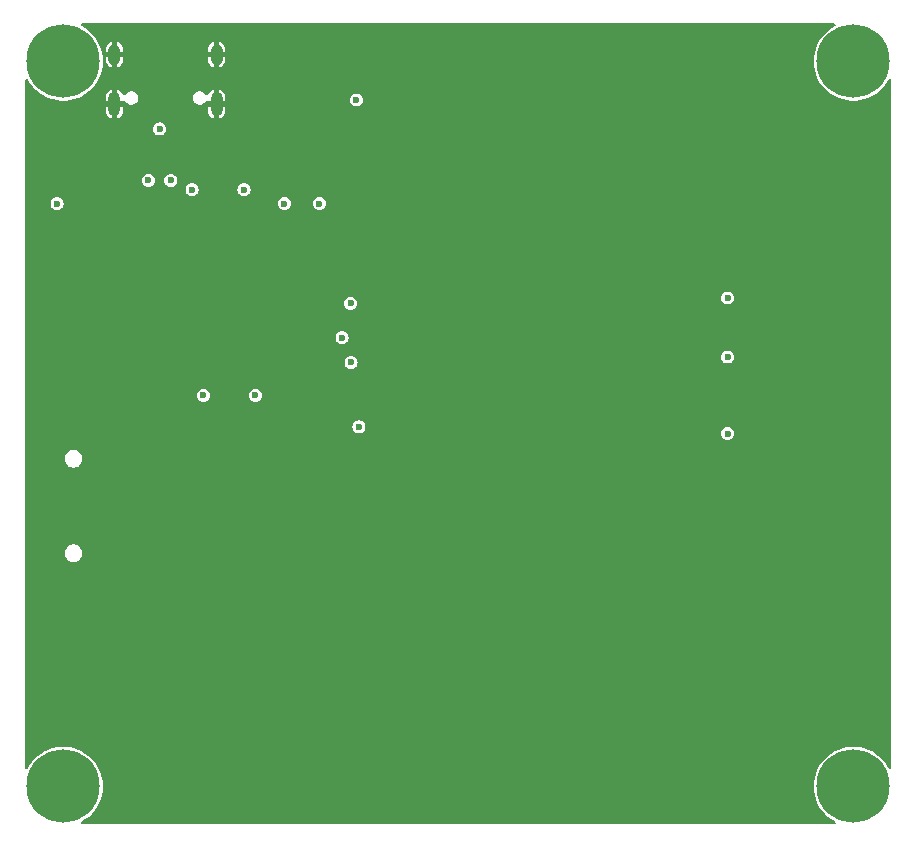
<source format=gbr>
%TF.GenerationSoftware,KiCad,Pcbnew,8.0.4*%
%TF.CreationDate,2025-01-12T23:29:22+07:00*%
%TF.ProjectId,lcd-square-4inch,6c63642d-7371-4756-9172-652d34696e63,rev?*%
%TF.SameCoordinates,Original*%
%TF.FileFunction,Copper,L4,Bot*%
%TF.FilePolarity,Positive*%
%FSLAX46Y46*%
G04 Gerber Fmt 4.6, Leading zero omitted, Abs format (unit mm)*
G04 Created by KiCad (PCBNEW 8.0.4) date 2025-01-12 23:29:22*
%MOMM*%
%LPD*%
G01*
G04 APERTURE LIST*
%TA.AperFunction,ComponentPad*%
%ADD10C,6.200000*%
%TD*%
%TA.AperFunction,ComponentPad*%
%ADD11O,1.000000X2.100000*%
%TD*%
%TA.AperFunction,ComponentPad*%
%ADD12O,1.000000X1.800000*%
%TD*%
%TA.AperFunction,ViaPad*%
%ADD13C,0.600000*%
%TD*%
G04 APERTURE END LIST*
D10*
%TO.P,H1,1*%
%TO.N,N/C*%
X111107200Y-62190000D03*
%TD*%
%TO.P,H4,1*%
%TO.N,N/C*%
X111107200Y-123590000D03*
%TD*%
%TO.P,H2,1*%
%TO.N,N/C*%
X178007200Y-62190000D03*
%TD*%
D11*
%TO.P,J6,S1,SHIELD*%
%TO.N,GND*%
X124093000Y-65821000D03*
D12*
X124093000Y-61621000D03*
D11*
X115453000Y-65821000D03*
D12*
X115453000Y-61621000D03*
%TD*%
D10*
%TO.P,H3,1*%
%TO.N,N/C*%
X178007200Y-123590000D03*
%TD*%
D13*
%TO.N,GND*%
X148082000Y-65252600D03*
X132791200Y-73279000D03*
X135936009Y-63292009D03*
X146075400Y-67199932D03*
X167360600Y-88188800D03*
X150088600Y-65252600D03*
X146075400Y-68173600D03*
X150088600Y-69037200D03*
X134493000Y-92456000D03*
X129844800Y-73279000D03*
X119278400Y-72263000D03*
X110591600Y-73279000D03*
X167360600Y-94691200D03*
X135483600Y-86715600D03*
X167360600Y-83185000D03*
X150088600Y-66198750D03*
X135458200Y-81749000D03*
X146075400Y-66226266D03*
X126441200Y-90474800D03*
X127381000Y-73050400D03*
X146075400Y-65252600D03*
X149085300Y-65252600D03*
X122021600Y-90474800D03*
X150088600Y-67144900D03*
X150088600Y-68091050D03*
X122986800Y-73050400D03*
X147078700Y-65252600D03*
X133756400Y-91186000D03*
%TO.N,+3V3*%
X132791200Y-74244200D03*
X110591600Y-74244200D03*
X136144000Y-93141800D03*
X122986800Y-90474800D03*
X167360600Y-82219800D03*
X122021600Y-73050400D03*
X167360600Y-87223600D03*
X135483600Y-87680800D03*
X127381000Y-90474800D03*
X167360600Y-93726000D03*
X129844800Y-74244200D03*
X135940800Y-65455800D03*
X126415800Y-73050400D03*
X135458200Y-82685800D03*
%TO.N,VBUS*%
X119278400Y-67919600D03*
%TO.N,/MCU/SDRAM_DQ6*%
X134721600Y-85598000D03*
%TO.N,/USB_POWER/D+*%
X118323000Y-72263000D03*
%TO.N,/USB_POWER/D-*%
X120223000Y-72263000D03*
%TD*%
%TA.AperFunction,Conductor*%
%TO.N,GND*%
G36*
X176447069Y-59010185D02*
G01*
X176492824Y-59062989D01*
X176502768Y-59132147D01*
X176473743Y-59195703D01*
X176438119Y-59224052D01*
X176435496Y-59225442D01*
X176203653Y-59364937D01*
X176124181Y-59412755D01*
X176034532Y-59480903D01*
X175834955Y-59632617D01*
X175834945Y-59632625D01*
X175571178Y-59882479D01*
X175335972Y-60159386D01*
X175132084Y-60460098D01*
X175132078Y-60460107D01*
X174961906Y-60781086D01*
X174961900Y-60781098D01*
X174827426Y-61118603D01*
X174827421Y-61118618D01*
X174730230Y-61468670D01*
X174730224Y-61468696D01*
X174671450Y-61827200D01*
X174671448Y-61827217D01*
X174651779Y-62189997D01*
X174651779Y-62190002D01*
X174671448Y-62552782D01*
X174671450Y-62552799D01*
X174730224Y-62911303D01*
X174730230Y-62911329D01*
X174827421Y-63261381D01*
X174827426Y-63261396D01*
X174961900Y-63598901D01*
X174961906Y-63598913D01*
X175132078Y-63919892D01*
X175132081Y-63919897D01*
X175132083Y-63919900D01*
X175335973Y-64220614D01*
X175571179Y-64497521D01*
X175834946Y-64747375D01*
X176124181Y-64967245D01*
X176435492Y-65154555D01*
X176435494Y-65154556D01*
X176435496Y-65154557D01*
X176435500Y-65154559D01*
X176588267Y-65225236D01*
X176765231Y-65307108D01*
X177109530Y-65423116D01*
X177464353Y-65501218D01*
X177825541Y-65540500D01*
X177825547Y-65540500D01*
X178188853Y-65540500D01*
X178188859Y-65540500D01*
X178550047Y-65501218D01*
X178904870Y-65423116D01*
X179249169Y-65307108D01*
X179578908Y-65154555D01*
X179890219Y-64967245D01*
X180179454Y-64747375D01*
X180443221Y-64497521D01*
X180678427Y-64220614D01*
X180882317Y-63919900D01*
X180973145Y-63748579D01*
X181021938Y-63698572D01*
X181090023Y-63682880D01*
X181155783Y-63706490D01*
X181198340Y-63761903D01*
X181206700Y-63806664D01*
X181206700Y-121973335D01*
X181187015Y-122040374D01*
X181134211Y-122086129D01*
X181065053Y-122096073D01*
X181001497Y-122067048D01*
X180973145Y-122031418D01*
X180882321Y-121860107D01*
X180882319Y-121860104D01*
X180882317Y-121860100D01*
X180678427Y-121559386D01*
X180443221Y-121282479D01*
X180179454Y-121032625D01*
X180179444Y-121032617D01*
X180110835Y-120980462D01*
X179890219Y-120812755D01*
X179578908Y-120625445D01*
X179578907Y-120625444D01*
X179578903Y-120625442D01*
X179578899Y-120625440D01*
X179249179Y-120472896D01*
X179249174Y-120472894D01*
X179249169Y-120472892D01*
X179081343Y-120416344D01*
X178904869Y-120356883D01*
X178550045Y-120278781D01*
X178188860Y-120239500D01*
X178188859Y-120239500D01*
X177825541Y-120239500D01*
X177825539Y-120239500D01*
X177464354Y-120278781D01*
X177109530Y-120356883D01*
X176843378Y-120446560D01*
X176765231Y-120472892D01*
X176765228Y-120472893D01*
X176765220Y-120472896D01*
X176435500Y-120625440D01*
X176435496Y-120625442D01*
X176203653Y-120764937D01*
X176124181Y-120812755D01*
X176034532Y-120880903D01*
X175834955Y-121032617D01*
X175834945Y-121032625D01*
X175571178Y-121282479D01*
X175335972Y-121559386D01*
X175132084Y-121860098D01*
X175132078Y-121860107D01*
X174961906Y-122181086D01*
X174961900Y-122181098D01*
X174827426Y-122518603D01*
X174827421Y-122518618D01*
X174730230Y-122868670D01*
X174730224Y-122868696D01*
X174671450Y-123227200D01*
X174671448Y-123227217D01*
X174651779Y-123589997D01*
X174651779Y-123590002D01*
X174671448Y-123952782D01*
X174671450Y-123952799D01*
X174730224Y-124311303D01*
X174730230Y-124311329D01*
X174827421Y-124661381D01*
X174827426Y-124661396D01*
X174961900Y-124998901D01*
X174961906Y-124998913D01*
X175132078Y-125319892D01*
X175132081Y-125319897D01*
X175132083Y-125319900D01*
X175335973Y-125620614D01*
X175571179Y-125897521D01*
X175834946Y-126147375D01*
X176124181Y-126367245D01*
X176435492Y-126554555D01*
X176435494Y-126554556D01*
X176435496Y-126554557D01*
X176438119Y-126555948D01*
X176488126Y-126604744D01*
X176503813Y-126672830D01*
X176480200Y-126738589D01*
X176424784Y-126781142D01*
X176380030Y-126789500D01*
X112734370Y-126789500D01*
X112667331Y-126769815D01*
X112621576Y-126717011D01*
X112611632Y-126647853D01*
X112640657Y-126584297D01*
X112676281Y-126555948D01*
X112678898Y-126554559D01*
X112678908Y-126554555D01*
X112990219Y-126367245D01*
X113279454Y-126147375D01*
X113543221Y-125897521D01*
X113778427Y-125620614D01*
X113982317Y-125319900D01*
X114152498Y-124998905D01*
X114286975Y-124661391D01*
X114384173Y-124311316D01*
X114442951Y-123952785D01*
X114462621Y-123590000D01*
X114442951Y-123227215D01*
X114384173Y-122868684D01*
X114306700Y-122589651D01*
X114286978Y-122518618D01*
X114286973Y-122518603D01*
X114152499Y-122181098D01*
X114152498Y-122181095D01*
X114066081Y-122018095D01*
X113982321Y-121860107D01*
X113982319Y-121860104D01*
X113982317Y-121860100D01*
X113778427Y-121559386D01*
X113543221Y-121282479D01*
X113279454Y-121032625D01*
X113279444Y-121032617D01*
X113210835Y-120980462D01*
X112990219Y-120812755D01*
X112678908Y-120625445D01*
X112678907Y-120625444D01*
X112678903Y-120625442D01*
X112678899Y-120625440D01*
X112349179Y-120472896D01*
X112349174Y-120472894D01*
X112349169Y-120472892D01*
X112181343Y-120416344D01*
X112004869Y-120356883D01*
X111650045Y-120278781D01*
X111288860Y-120239500D01*
X111288859Y-120239500D01*
X110925541Y-120239500D01*
X110925539Y-120239500D01*
X110564354Y-120278781D01*
X110209530Y-120356883D01*
X109943378Y-120446560D01*
X109865231Y-120472892D01*
X109865228Y-120472893D01*
X109865220Y-120472896D01*
X109535500Y-120625440D01*
X109535496Y-120625442D01*
X109303653Y-120764937D01*
X109224181Y-120812755D01*
X109134532Y-120880903D01*
X108934955Y-121032617D01*
X108934945Y-121032625D01*
X108671178Y-121282479D01*
X108435972Y-121559386D01*
X108232084Y-121860098D01*
X108232078Y-121860107D01*
X108141255Y-122031418D01*
X108092462Y-122081428D01*
X108024377Y-122097119D01*
X107958617Y-122073509D01*
X107916060Y-122018095D01*
X107907700Y-121973335D01*
X107907700Y-103911120D01*
X111228499Y-103911120D01*
X111257340Y-104056107D01*
X111257343Y-104056117D01*
X111313912Y-104192688D01*
X111313919Y-104192701D01*
X111396048Y-104315615D01*
X111396051Y-104315619D01*
X111500580Y-104420148D01*
X111500584Y-104420151D01*
X111623498Y-104502280D01*
X111623511Y-104502287D01*
X111760082Y-104558856D01*
X111760087Y-104558858D01*
X111760091Y-104558858D01*
X111760092Y-104558859D01*
X111905079Y-104587700D01*
X111905082Y-104587700D01*
X112052920Y-104587700D01*
X112150462Y-104568296D01*
X112197913Y-104558858D01*
X112334495Y-104502284D01*
X112457416Y-104420151D01*
X112561951Y-104315616D01*
X112644084Y-104192695D01*
X112700658Y-104056113D01*
X112729500Y-103911118D01*
X112729500Y-103763282D01*
X112729500Y-103763279D01*
X112700659Y-103618292D01*
X112700658Y-103618291D01*
X112700658Y-103618287D01*
X112700656Y-103618282D01*
X112644087Y-103481711D01*
X112644080Y-103481698D01*
X112561951Y-103358784D01*
X112561948Y-103358780D01*
X112457419Y-103254251D01*
X112457415Y-103254248D01*
X112334501Y-103172119D01*
X112334488Y-103172112D01*
X112197917Y-103115543D01*
X112197907Y-103115540D01*
X112052920Y-103086700D01*
X112052918Y-103086700D01*
X111905082Y-103086700D01*
X111905080Y-103086700D01*
X111760092Y-103115540D01*
X111760082Y-103115543D01*
X111623511Y-103172112D01*
X111623498Y-103172119D01*
X111500584Y-103254248D01*
X111500580Y-103254251D01*
X111396051Y-103358780D01*
X111396048Y-103358784D01*
X111313919Y-103481698D01*
X111313912Y-103481711D01*
X111257343Y-103618282D01*
X111257340Y-103618292D01*
X111228500Y-103763279D01*
X111228500Y-103763282D01*
X111228500Y-103911118D01*
X111228500Y-103911120D01*
X111228499Y-103911120D01*
X107907700Y-103911120D01*
X107907700Y-95911120D01*
X111228499Y-95911120D01*
X111257340Y-96056107D01*
X111257343Y-96056117D01*
X111313912Y-96192688D01*
X111313919Y-96192701D01*
X111396048Y-96315615D01*
X111396051Y-96315619D01*
X111500580Y-96420148D01*
X111500584Y-96420151D01*
X111623498Y-96502280D01*
X111623511Y-96502287D01*
X111760082Y-96558856D01*
X111760087Y-96558858D01*
X111760091Y-96558858D01*
X111760092Y-96558859D01*
X111905079Y-96587700D01*
X111905082Y-96587700D01*
X112052920Y-96587700D01*
X112150462Y-96568296D01*
X112197913Y-96558858D01*
X112334495Y-96502284D01*
X112457416Y-96420151D01*
X112561951Y-96315616D01*
X112644084Y-96192695D01*
X112700658Y-96056113D01*
X112729500Y-95911118D01*
X112729500Y-95763282D01*
X112729500Y-95763279D01*
X112700659Y-95618292D01*
X112700658Y-95618291D01*
X112700658Y-95618287D01*
X112700656Y-95618282D01*
X112644087Y-95481711D01*
X112644080Y-95481698D01*
X112561951Y-95358784D01*
X112561948Y-95358780D01*
X112457419Y-95254251D01*
X112457415Y-95254248D01*
X112334501Y-95172119D01*
X112334488Y-95172112D01*
X112197917Y-95115543D01*
X112197907Y-95115540D01*
X112052920Y-95086700D01*
X112052918Y-95086700D01*
X111905082Y-95086700D01*
X111905080Y-95086700D01*
X111760092Y-95115540D01*
X111760082Y-95115543D01*
X111623511Y-95172112D01*
X111623498Y-95172119D01*
X111500584Y-95254248D01*
X111500580Y-95254251D01*
X111396051Y-95358780D01*
X111396048Y-95358784D01*
X111313919Y-95481698D01*
X111313912Y-95481711D01*
X111257343Y-95618282D01*
X111257340Y-95618292D01*
X111228500Y-95763279D01*
X111228500Y-95763282D01*
X111228500Y-95911118D01*
X111228500Y-95911120D01*
X111228499Y-95911120D01*
X107907700Y-95911120D01*
X107907700Y-93725999D01*
X166805350Y-93725999D01*
X166805350Y-93726000D01*
X166824270Y-93869708D01*
X166824271Y-93869712D01*
X166879737Y-94003622D01*
X166879738Y-94003624D01*
X166879739Y-94003625D01*
X166967979Y-94118621D01*
X167082975Y-94206861D01*
X167216891Y-94262330D01*
X167343880Y-94279048D01*
X167360599Y-94281250D01*
X167360600Y-94281250D01*
X167360601Y-94281250D01*
X167375577Y-94279278D01*
X167504309Y-94262330D01*
X167638225Y-94206861D01*
X167753221Y-94118621D01*
X167841461Y-94003625D01*
X167896930Y-93869709D01*
X167915850Y-93726000D01*
X167896930Y-93582291D01*
X167841461Y-93448375D01*
X167753221Y-93333379D01*
X167638225Y-93245139D01*
X167638224Y-93245138D01*
X167638222Y-93245137D01*
X167504312Y-93189671D01*
X167504310Y-93189670D01*
X167504309Y-93189670D01*
X167432454Y-93180210D01*
X167360601Y-93170750D01*
X167360599Y-93170750D01*
X167216891Y-93189670D01*
X167216887Y-93189671D01*
X167082977Y-93245137D01*
X166967979Y-93333379D01*
X166879737Y-93448377D01*
X166824271Y-93582287D01*
X166824270Y-93582291D01*
X166805350Y-93725999D01*
X107907700Y-93725999D01*
X107907700Y-93141799D01*
X135588750Y-93141799D01*
X135588750Y-93141800D01*
X135607670Y-93285508D01*
X135607671Y-93285512D01*
X135663137Y-93419422D01*
X135663138Y-93419424D01*
X135663139Y-93419425D01*
X135751379Y-93534421D01*
X135866375Y-93622661D01*
X136000291Y-93678130D01*
X136127280Y-93694848D01*
X136143999Y-93697050D01*
X136144000Y-93697050D01*
X136144001Y-93697050D01*
X136158977Y-93695078D01*
X136287709Y-93678130D01*
X136421625Y-93622661D01*
X136536621Y-93534421D01*
X136624861Y-93419425D01*
X136680330Y-93285509D01*
X136699250Y-93141800D01*
X136680330Y-92998091D01*
X136624861Y-92864175D01*
X136536621Y-92749179D01*
X136421625Y-92660939D01*
X136421624Y-92660938D01*
X136421622Y-92660937D01*
X136287712Y-92605471D01*
X136287710Y-92605470D01*
X136287709Y-92605470D01*
X136215854Y-92596010D01*
X136144001Y-92586550D01*
X136143999Y-92586550D01*
X136000291Y-92605470D01*
X136000287Y-92605471D01*
X135866377Y-92660937D01*
X135751379Y-92749179D01*
X135663137Y-92864177D01*
X135607671Y-92998087D01*
X135607670Y-92998091D01*
X135588750Y-93141799D01*
X107907700Y-93141799D01*
X107907700Y-90474799D01*
X122431550Y-90474799D01*
X122431550Y-90474800D01*
X122450470Y-90618508D01*
X122450471Y-90618512D01*
X122505937Y-90752422D01*
X122505938Y-90752424D01*
X122505939Y-90752425D01*
X122594179Y-90867421D01*
X122709175Y-90955661D01*
X122843091Y-91011130D01*
X122970080Y-91027848D01*
X122986799Y-91030050D01*
X122986800Y-91030050D01*
X122986801Y-91030050D01*
X123001777Y-91028078D01*
X123130509Y-91011130D01*
X123264425Y-90955661D01*
X123379421Y-90867421D01*
X123467661Y-90752425D01*
X123523130Y-90618509D01*
X123542050Y-90474800D01*
X123542050Y-90474799D01*
X126825750Y-90474799D01*
X126825750Y-90474800D01*
X126844670Y-90618508D01*
X126844671Y-90618512D01*
X126900137Y-90752422D01*
X126900138Y-90752424D01*
X126900139Y-90752425D01*
X126988379Y-90867421D01*
X127103375Y-90955661D01*
X127237291Y-91011130D01*
X127364280Y-91027848D01*
X127380999Y-91030050D01*
X127381000Y-91030050D01*
X127381001Y-91030050D01*
X127395977Y-91028078D01*
X127524709Y-91011130D01*
X127658625Y-90955661D01*
X127773621Y-90867421D01*
X127861861Y-90752425D01*
X127917330Y-90618509D01*
X127936250Y-90474800D01*
X127917330Y-90331091D01*
X127861861Y-90197175D01*
X127773621Y-90082179D01*
X127658625Y-89993939D01*
X127658624Y-89993938D01*
X127658622Y-89993937D01*
X127524712Y-89938471D01*
X127524710Y-89938470D01*
X127524709Y-89938470D01*
X127452854Y-89929010D01*
X127381001Y-89919550D01*
X127380999Y-89919550D01*
X127237291Y-89938470D01*
X127237287Y-89938471D01*
X127103377Y-89993937D01*
X126988379Y-90082179D01*
X126900137Y-90197177D01*
X126844671Y-90331087D01*
X126844670Y-90331091D01*
X126825750Y-90474799D01*
X123542050Y-90474799D01*
X123523130Y-90331091D01*
X123467661Y-90197175D01*
X123379421Y-90082179D01*
X123264425Y-89993939D01*
X123264424Y-89993938D01*
X123264422Y-89993937D01*
X123130512Y-89938471D01*
X123130510Y-89938470D01*
X123130509Y-89938470D01*
X123058654Y-89929010D01*
X122986801Y-89919550D01*
X122986799Y-89919550D01*
X122843091Y-89938470D01*
X122843087Y-89938471D01*
X122709177Y-89993937D01*
X122594179Y-90082179D01*
X122505937Y-90197177D01*
X122450471Y-90331087D01*
X122450470Y-90331091D01*
X122431550Y-90474799D01*
X107907700Y-90474799D01*
X107907700Y-87680799D01*
X134928350Y-87680799D01*
X134928350Y-87680800D01*
X134947270Y-87824508D01*
X134947271Y-87824512D01*
X135002737Y-87958422D01*
X135002738Y-87958424D01*
X135002739Y-87958425D01*
X135090979Y-88073421D01*
X135205975Y-88161661D01*
X135339891Y-88217130D01*
X135466880Y-88233848D01*
X135483599Y-88236050D01*
X135483600Y-88236050D01*
X135483601Y-88236050D01*
X135498577Y-88234078D01*
X135627309Y-88217130D01*
X135761225Y-88161661D01*
X135876221Y-88073421D01*
X135964461Y-87958425D01*
X136019930Y-87824509D01*
X136038850Y-87680800D01*
X136019930Y-87537091D01*
X135964461Y-87403175D01*
X135876221Y-87288179D01*
X135792059Y-87223599D01*
X166805350Y-87223599D01*
X166805350Y-87223600D01*
X166824270Y-87367308D01*
X166824271Y-87367312D01*
X166879737Y-87501222D01*
X166879738Y-87501224D01*
X166879739Y-87501225D01*
X166967979Y-87616221D01*
X167082975Y-87704461D01*
X167216891Y-87759930D01*
X167343880Y-87776648D01*
X167360599Y-87778850D01*
X167360600Y-87778850D01*
X167360601Y-87778850D01*
X167375577Y-87776878D01*
X167504309Y-87759930D01*
X167638225Y-87704461D01*
X167753221Y-87616221D01*
X167841461Y-87501225D01*
X167896930Y-87367309D01*
X167915850Y-87223600D01*
X167896930Y-87079891D01*
X167841461Y-86945975D01*
X167753221Y-86830979D01*
X167638225Y-86742739D01*
X167638224Y-86742738D01*
X167638222Y-86742737D01*
X167504312Y-86687271D01*
X167504310Y-86687270D01*
X167504309Y-86687270D01*
X167432454Y-86677810D01*
X167360601Y-86668350D01*
X167360599Y-86668350D01*
X167216891Y-86687270D01*
X167216887Y-86687271D01*
X167082977Y-86742737D01*
X166967979Y-86830979D01*
X166879737Y-86945977D01*
X166824271Y-87079887D01*
X166824270Y-87079891D01*
X166805350Y-87223599D01*
X135792059Y-87223599D01*
X135761225Y-87199939D01*
X135761224Y-87199938D01*
X135761222Y-87199937D01*
X135627312Y-87144471D01*
X135627310Y-87144470D01*
X135627309Y-87144470D01*
X135555454Y-87135010D01*
X135483601Y-87125550D01*
X135483599Y-87125550D01*
X135339891Y-87144470D01*
X135339887Y-87144471D01*
X135205977Y-87199937D01*
X135090979Y-87288179D01*
X135002737Y-87403177D01*
X134947271Y-87537087D01*
X134947270Y-87537091D01*
X134928350Y-87680799D01*
X107907700Y-87680799D01*
X107907700Y-85597999D01*
X134166350Y-85597999D01*
X134166350Y-85598000D01*
X134185270Y-85741708D01*
X134185271Y-85741712D01*
X134240737Y-85875622D01*
X134240738Y-85875624D01*
X134240739Y-85875625D01*
X134328979Y-85990621D01*
X134443975Y-86078861D01*
X134577891Y-86134330D01*
X134704880Y-86151048D01*
X134721599Y-86153250D01*
X134721600Y-86153250D01*
X134721601Y-86153250D01*
X134736577Y-86151278D01*
X134865309Y-86134330D01*
X134999225Y-86078861D01*
X135114221Y-85990621D01*
X135202461Y-85875625D01*
X135257930Y-85741709D01*
X135276850Y-85598000D01*
X135257930Y-85454291D01*
X135202461Y-85320375D01*
X135114221Y-85205379D01*
X134999225Y-85117139D01*
X134999224Y-85117138D01*
X134999222Y-85117137D01*
X134865312Y-85061671D01*
X134865310Y-85061670D01*
X134865309Y-85061670D01*
X134793454Y-85052210D01*
X134721601Y-85042750D01*
X134721599Y-85042750D01*
X134577891Y-85061670D01*
X134577887Y-85061671D01*
X134443977Y-85117137D01*
X134328979Y-85205379D01*
X134240737Y-85320377D01*
X134185271Y-85454287D01*
X134185270Y-85454291D01*
X134166350Y-85597999D01*
X107907700Y-85597999D01*
X107907700Y-82685799D01*
X134902950Y-82685799D01*
X134902950Y-82685800D01*
X134921870Y-82829508D01*
X134921871Y-82829512D01*
X134977337Y-82963422D01*
X134977338Y-82963424D01*
X134977339Y-82963425D01*
X135065579Y-83078421D01*
X135180575Y-83166661D01*
X135314491Y-83222130D01*
X135441480Y-83238848D01*
X135458199Y-83241050D01*
X135458200Y-83241050D01*
X135458201Y-83241050D01*
X135473177Y-83239078D01*
X135601909Y-83222130D01*
X135735825Y-83166661D01*
X135850821Y-83078421D01*
X135939061Y-82963425D01*
X135994530Y-82829509D01*
X136013450Y-82685800D01*
X135994530Y-82542091D01*
X135939061Y-82408175D01*
X135850821Y-82293179D01*
X135755191Y-82219799D01*
X166805350Y-82219799D01*
X166805350Y-82219800D01*
X166824270Y-82363508D01*
X166824271Y-82363512D01*
X166879737Y-82497422D01*
X166879738Y-82497424D01*
X166879739Y-82497425D01*
X166967979Y-82612421D01*
X167082975Y-82700661D01*
X167216891Y-82756130D01*
X167343880Y-82772848D01*
X167360599Y-82775050D01*
X167360600Y-82775050D01*
X167360601Y-82775050D01*
X167375577Y-82773078D01*
X167504309Y-82756130D01*
X167638225Y-82700661D01*
X167753221Y-82612421D01*
X167841461Y-82497425D01*
X167896930Y-82363509D01*
X167915850Y-82219800D01*
X167896930Y-82076091D01*
X167841461Y-81942175D01*
X167753221Y-81827179D01*
X167638225Y-81738939D01*
X167638224Y-81738938D01*
X167638222Y-81738937D01*
X167504312Y-81683471D01*
X167504310Y-81683470D01*
X167504309Y-81683470D01*
X167432454Y-81674010D01*
X167360601Y-81664550D01*
X167360599Y-81664550D01*
X167216891Y-81683470D01*
X167216887Y-81683471D01*
X167082977Y-81738937D01*
X166967979Y-81827179D01*
X166879737Y-81942177D01*
X166824271Y-82076087D01*
X166824270Y-82076091D01*
X166805350Y-82219799D01*
X135755191Y-82219799D01*
X135735825Y-82204939D01*
X135735824Y-82204938D01*
X135735822Y-82204937D01*
X135601912Y-82149471D01*
X135601910Y-82149470D01*
X135601909Y-82149470D01*
X135530054Y-82140010D01*
X135458201Y-82130550D01*
X135458199Y-82130550D01*
X135314491Y-82149470D01*
X135314487Y-82149471D01*
X135180577Y-82204937D01*
X135065579Y-82293179D01*
X134977337Y-82408177D01*
X134921871Y-82542087D01*
X134921870Y-82542091D01*
X134902950Y-82685799D01*
X107907700Y-82685799D01*
X107907700Y-74244199D01*
X110036350Y-74244199D01*
X110036350Y-74244200D01*
X110055270Y-74387908D01*
X110055271Y-74387912D01*
X110110737Y-74521822D01*
X110110738Y-74521824D01*
X110110739Y-74521825D01*
X110198979Y-74636821D01*
X110313975Y-74725061D01*
X110447891Y-74780530D01*
X110574880Y-74797248D01*
X110591599Y-74799450D01*
X110591600Y-74799450D01*
X110591601Y-74799450D01*
X110606577Y-74797478D01*
X110735309Y-74780530D01*
X110869225Y-74725061D01*
X110984221Y-74636821D01*
X111072461Y-74521825D01*
X111127930Y-74387909D01*
X111146850Y-74244200D01*
X111146850Y-74244199D01*
X129289550Y-74244199D01*
X129289550Y-74244200D01*
X129308470Y-74387908D01*
X129308471Y-74387912D01*
X129363937Y-74521822D01*
X129363938Y-74521824D01*
X129363939Y-74521825D01*
X129452179Y-74636821D01*
X129567175Y-74725061D01*
X129701091Y-74780530D01*
X129828080Y-74797248D01*
X129844799Y-74799450D01*
X129844800Y-74799450D01*
X129844801Y-74799450D01*
X129859777Y-74797478D01*
X129988509Y-74780530D01*
X130122425Y-74725061D01*
X130237421Y-74636821D01*
X130325661Y-74521825D01*
X130381130Y-74387909D01*
X130400050Y-74244200D01*
X130400050Y-74244199D01*
X132235950Y-74244199D01*
X132235950Y-74244200D01*
X132254870Y-74387908D01*
X132254871Y-74387912D01*
X132310337Y-74521822D01*
X132310338Y-74521824D01*
X132310339Y-74521825D01*
X132398579Y-74636821D01*
X132513575Y-74725061D01*
X132647491Y-74780530D01*
X132774480Y-74797248D01*
X132791199Y-74799450D01*
X132791200Y-74799450D01*
X132791201Y-74799450D01*
X132806177Y-74797478D01*
X132934909Y-74780530D01*
X133068825Y-74725061D01*
X133183821Y-74636821D01*
X133272061Y-74521825D01*
X133327530Y-74387909D01*
X133346450Y-74244200D01*
X133327530Y-74100491D01*
X133272061Y-73966575D01*
X133183821Y-73851579D01*
X133068825Y-73763339D01*
X133068824Y-73763338D01*
X133068822Y-73763337D01*
X132934912Y-73707871D01*
X132934910Y-73707870D01*
X132934909Y-73707870D01*
X132863054Y-73698410D01*
X132791201Y-73688950D01*
X132791199Y-73688950D01*
X132647491Y-73707870D01*
X132647487Y-73707871D01*
X132513577Y-73763337D01*
X132398579Y-73851579D01*
X132310337Y-73966577D01*
X132254871Y-74100487D01*
X132254870Y-74100491D01*
X132235950Y-74244199D01*
X130400050Y-74244199D01*
X130381130Y-74100491D01*
X130325661Y-73966575D01*
X130237421Y-73851579D01*
X130122425Y-73763339D01*
X130122424Y-73763338D01*
X130122422Y-73763337D01*
X129988512Y-73707871D01*
X129988510Y-73707870D01*
X129988509Y-73707870D01*
X129916654Y-73698410D01*
X129844801Y-73688950D01*
X129844799Y-73688950D01*
X129701091Y-73707870D01*
X129701087Y-73707871D01*
X129567177Y-73763337D01*
X129452179Y-73851579D01*
X129363937Y-73966577D01*
X129308471Y-74100487D01*
X129308470Y-74100491D01*
X129289550Y-74244199D01*
X111146850Y-74244199D01*
X111127930Y-74100491D01*
X111072461Y-73966575D01*
X110984221Y-73851579D01*
X110869225Y-73763339D01*
X110869224Y-73763338D01*
X110869222Y-73763337D01*
X110735312Y-73707871D01*
X110735310Y-73707870D01*
X110735309Y-73707870D01*
X110663454Y-73698410D01*
X110591601Y-73688950D01*
X110591599Y-73688950D01*
X110447891Y-73707870D01*
X110447887Y-73707871D01*
X110313977Y-73763337D01*
X110198979Y-73851579D01*
X110110737Y-73966577D01*
X110055271Y-74100487D01*
X110055270Y-74100491D01*
X110036350Y-74244199D01*
X107907700Y-74244199D01*
X107907700Y-73050399D01*
X121466350Y-73050399D01*
X121466350Y-73050400D01*
X121485270Y-73194108D01*
X121485271Y-73194112D01*
X121540737Y-73328022D01*
X121540738Y-73328024D01*
X121540739Y-73328025D01*
X121628979Y-73443021D01*
X121743975Y-73531261D01*
X121877891Y-73586730D01*
X122004880Y-73603448D01*
X122021599Y-73605650D01*
X122021600Y-73605650D01*
X122021601Y-73605650D01*
X122036577Y-73603678D01*
X122165309Y-73586730D01*
X122299225Y-73531261D01*
X122414221Y-73443021D01*
X122502461Y-73328025D01*
X122557930Y-73194109D01*
X122576850Y-73050400D01*
X122576850Y-73050399D01*
X125860550Y-73050399D01*
X125860550Y-73050400D01*
X125879470Y-73194108D01*
X125879471Y-73194112D01*
X125934937Y-73328022D01*
X125934938Y-73328024D01*
X125934939Y-73328025D01*
X126023179Y-73443021D01*
X126138175Y-73531261D01*
X126272091Y-73586730D01*
X126399080Y-73603448D01*
X126415799Y-73605650D01*
X126415800Y-73605650D01*
X126415801Y-73605650D01*
X126430777Y-73603678D01*
X126559509Y-73586730D01*
X126693425Y-73531261D01*
X126808421Y-73443021D01*
X126896661Y-73328025D01*
X126952130Y-73194109D01*
X126971050Y-73050400D01*
X126952130Y-72906691D01*
X126907660Y-72799329D01*
X126896662Y-72772777D01*
X126896661Y-72772776D01*
X126896661Y-72772775D01*
X126808421Y-72657779D01*
X126693425Y-72569539D01*
X126693424Y-72569538D01*
X126693422Y-72569537D01*
X126559512Y-72514071D01*
X126559510Y-72514070D01*
X126559509Y-72514070D01*
X126487654Y-72504610D01*
X126415801Y-72495150D01*
X126415799Y-72495150D01*
X126272091Y-72514070D01*
X126272087Y-72514071D01*
X126138177Y-72569537D01*
X126023179Y-72657779D01*
X125934937Y-72772777D01*
X125879471Y-72906687D01*
X125879470Y-72906691D01*
X125860550Y-73050399D01*
X122576850Y-73050399D01*
X122557930Y-72906691D01*
X122513460Y-72799329D01*
X122502462Y-72772777D01*
X122502461Y-72772776D01*
X122502461Y-72772775D01*
X122414221Y-72657779D01*
X122299225Y-72569539D01*
X122299224Y-72569538D01*
X122299222Y-72569537D01*
X122165312Y-72514071D01*
X122165310Y-72514070D01*
X122165309Y-72514070D01*
X122093454Y-72504610D01*
X122021601Y-72495150D01*
X122021599Y-72495150D01*
X121877891Y-72514070D01*
X121877887Y-72514071D01*
X121743977Y-72569537D01*
X121628979Y-72657779D01*
X121540737Y-72772777D01*
X121485271Y-72906687D01*
X121485270Y-72906691D01*
X121466350Y-73050399D01*
X107907700Y-73050399D01*
X107907700Y-72262999D01*
X117767750Y-72262999D01*
X117767750Y-72263000D01*
X117786670Y-72406708D01*
X117786671Y-72406712D01*
X117842137Y-72540622D01*
X117842138Y-72540624D01*
X117842139Y-72540625D01*
X117930379Y-72655621D01*
X118045375Y-72743861D01*
X118179291Y-72799330D01*
X118306280Y-72816048D01*
X118322999Y-72818250D01*
X118323000Y-72818250D01*
X118323001Y-72818250D01*
X118337977Y-72816278D01*
X118466709Y-72799330D01*
X118600625Y-72743861D01*
X118715621Y-72655621D01*
X118803861Y-72540625D01*
X118859330Y-72406709D01*
X118878250Y-72263000D01*
X118878250Y-72262999D01*
X119667750Y-72262999D01*
X119667750Y-72263000D01*
X119686670Y-72406708D01*
X119686671Y-72406712D01*
X119742137Y-72540622D01*
X119742138Y-72540624D01*
X119742139Y-72540625D01*
X119830379Y-72655621D01*
X119945375Y-72743861D01*
X120079291Y-72799330D01*
X120206280Y-72816048D01*
X120222999Y-72818250D01*
X120223000Y-72818250D01*
X120223001Y-72818250D01*
X120237977Y-72816278D01*
X120366709Y-72799330D01*
X120500625Y-72743861D01*
X120615621Y-72655621D01*
X120703861Y-72540625D01*
X120759330Y-72406709D01*
X120778250Y-72263000D01*
X120759330Y-72119291D01*
X120703861Y-71985375D01*
X120615621Y-71870379D01*
X120500625Y-71782139D01*
X120500624Y-71782138D01*
X120500622Y-71782137D01*
X120366712Y-71726671D01*
X120366710Y-71726670D01*
X120366709Y-71726670D01*
X120294854Y-71717210D01*
X120223001Y-71707750D01*
X120222999Y-71707750D01*
X120079291Y-71726670D01*
X120079287Y-71726671D01*
X119945377Y-71782137D01*
X119830379Y-71870379D01*
X119742137Y-71985377D01*
X119686671Y-72119287D01*
X119686670Y-72119291D01*
X119667750Y-72262999D01*
X118878250Y-72262999D01*
X118859330Y-72119291D01*
X118803861Y-71985375D01*
X118715621Y-71870379D01*
X118600625Y-71782139D01*
X118600624Y-71782138D01*
X118600622Y-71782137D01*
X118466712Y-71726671D01*
X118466710Y-71726670D01*
X118466709Y-71726670D01*
X118394854Y-71717210D01*
X118323001Y-71707750D01*
X118322999Y-71707750D01*
X118179291Y-71726670D01*
X118179287Y-71726671D01*
X118045377Y-71782137D01*
X117930379Y-71870379D01*
X117842137Y-71985377D01*
X117786671Y-72119287D01*
X117786670Y-72119291D01*
X117767750Y-72262999D01*
X107907700Y-72262999D01*
X107907700Y-67919599D01*
X118723150Y-67919599D01*
X118723150Y-67919600D01*
X118742070Y-68063308D01*
X118742071Y-68063312D01*
X118797537Y-68197222D01*
X118797538Y-68197224D01*
X118797539Y-68197225D01*
X118885779Y-68312221D01*
X119000775Y-68400461D01*
X119134691Y-68455930D01*
X119261680Y-68472648D01*
X119278399Y-68474850D01*
X119278400Y-68474850D01*
X119278401Y-68474850D01*
X119293377Y-68472878D01*
X119422109Y-68455930D01*
X119556025Y-68400461D01*
X119671021Y-68312221D01*
X119759261Y-68197225D01*
X119814730Y-68063309D01*
X119833650Y-67919600D01*
X119814730Y-67775891D01*
X119759261Y-67641975D01*
X119671021Y-67526979D01*
X119556025Y-67438739D01*
X119556024Y-67438738D01*
X119556022Y-67438737D01*
X119422112Y-67383271D01*
X119422110Y-67383270D01*
X119422109Y-67383270D01*
X119350254Y-67373810D01*
X119278401Y-67364350D01*
X119278399Y-67364350D01*
X119134691Y-67383270D01*
X119134687Y-67383271D01*
X119000777Y-67438737D01*
X118885779Y-67526979D01*
X118797537Y-67641977D01*
X118742071Y-67775887D01*
X118742070Y-67775891D01*
X118723150Y-67919599D01*
X107907700Y-67919599D01*
X107907700Y-63806664D01*
X107927385Y-63739625D01*
X107980189Y-63693870D01*
X108049347Y-63683926D01*
X108112903Y-63712951D01*
X108141253Y-63748578D01*
X108232083Y-63919900D01*
X108435973Y-64220614D01*
X108671179Y-64497521D01*
X108934946Y-64747375D01*
X109224181Y-64967245D01*
X109535492Y-65154555D01*
X109535494Y-65154556D01*
X109535496Y-65154557D01*
X109535500Y-65154559D01*
X109688267Y-65225236D01*
X109865231Y-65307108D01*
X110209530Y-65423116D01*
X110564353Y-65501218D01*
X110925541Y-65540500D01*
X110925547Y-65540500D01*
X111288853Y-65540500D01*
X111288859Y-65540500D01*
X111650047Y-65501218D01*
X112004870Y-65423116D01*
X112349169Y-65307108D01*
X112586892Y-65197126D01*
X114703000Y-65197126D01*
X114703000Y-65571000D01*
X115153000Y-65571000D01*
X115153000Y-66071000D01*
X114703000Y-66071000D01*
X114703000Y-66444873D01*
X114731820Y-66589759D01*
X114731822Y-66589767D01*
X114788357Y-66726254D01*
X114788362Y-66726264D01*
X114870436Y-66849096D01*
X114870439Y-66849100D01*
X114974899Y-66953560D01*
X114974907Y-66953566D01*
X115097739Y-67035640D01*
X115097743Y-67035642D01*
X115202999Y-67079240D01*
X115203000Y-67079240D01*
X115203000Y-66537988D01*
X115212940Y-66555205D01*
X115268795Y-66611060D01*
X115337204Y-66650556D01*
X115413504Y-66671000D01*
X115492496Y-66671000D01*
X115568796Y-66650556D01*
X115637205Y-66611060D01*
X115693060Y-66555205D01*
X115703000Y-66537988D01*
X115703000Y-67079240D01*
X115808256Y-67035642D01*
X115808260Y-67035640D01*
X115931092Y-66953566D01*
X115931100Y-66953560D01*
X116035560Y-66849100D01*
X116035563Y-66849096D01*
X116117637Y-66726264D01*
X116117642Y-66726254D01*
X116174177Y-66589767D01*
X116174179Y-66589759D01*
X116202999Y-66444873D01*
X116203000Y-66444871D01*
X116203000Y-66071000D01*
X115753000Y-66071000D01*
X115753000Y-65571000D01*
X116207682Y-65571000D01*
X116258686Y-65543149D01*
X116328378Y-65548133D01*
X116384312Y-65590003D01*
X116392432Y-65602314D01*
X116422480Y-65654358D01*
X116422483Y-65654362D01*
X116422485Y-65654365D01*
X116529635Y-65761515D01*
X116660865Y-65837281D01*
X116807234Y-65876500D01*
X116807236Y-65876500D01*
X116958764Y-65876500D01*
X116958766Y-65876500D01*
X117105135Y-65837281D01*
X117236365Y-65761515D01*
X117343515Y-65654365D01*
X117419281Y-65523135D01*
X117458500Y-65376766D01*
X117458500Y-65225234D01*
X122087500Y-65225234D01*
X122087500Y-65376765D01*
X122126719Y-65523136D01*
X122154354Y-65571000D01*
X122202485Y-65654365D01*
X122309635Y-65761515D01*
X122440865Y-65837281D01*
X122587234Y-65876500D01*
X122587236Y-65876500D01*
X122738764Y-65876500D01*
X122738766Y-65876500D01*
X122885135Y-65837281D01*
X123016365Y-65761515D01*
X123123515Y-65654365D01*
X123153566Y-65602314D01*
X123204133Y-65554099D01*
X123272740Y-65540876D01*
X123337605Y-65566844D01*
X123342287Y-65571000D01*
X123793000Y-65571000D01*
X123793000Y-66071000D01*
X123343000Y-66071000D01*
X123343000Y-66444873D01*
X123371820Y-66589759D01*
X123371822Y-66589767D01*
X123428357Y-66726254D01*
X123428362Y-66726264D01*
X123510436Y-66849096D01*
X123510439Y-66849100D01*
X123614899Y-66953560D01*
X123614907Y-66953566D01*
X123737739Y-67035640D01*
X123737743Y-67035642D01*
X123842999Y-67079240D01*
X123843000Y-67079240D01*
X123843000Y-66537988D01*
X123852940Y-66555205D01*
X123908795Y-66611060D01*
X123977204Y-66650556D01*
X124053504Y-66671000D01*
X124132496Y-66671000D01*
X124208796Y-66650556D01*
X124277205Y-66611060D01*
X124333060Y-66555205D01*
X124343000Y-66537988D01*
X124343000Y-67079240D01*
X124448256Y-67035642D01*
X124448260Y-67035640D01*
X124571092Y-66953566D01*
X124571100Y-66953560D01*
X124675560Y-66849100D01*
X124675563Y-66849096D01*
X124757637Y-66726264D01*
X124757642Y-66726254D01*
X124814177Y-66589767D01*
X124814179Y-66589759D01*
X124842999Y-66444873D01*
X124843000Y-66444871D01*
X124843000Y-66071000D01*
X124393000Y-66071000D01*
X124393000Y-65571000D01*
X124843000Y-65571000D01*
X124843000Y-65455800D01*
X135385550Y-65455800D01*
X135403218Y-65590003D01*
X135404470Y-65599508D01*
X135404471Y-65599512D01*
X135459937Y-65733422D01*
X135459938Y-65733424D01*
X135459939Y-65733425D01*
X135548179Y-65848421D01*
X135663175Y-65936661D01*
X135797091Y-65992130D01*
X135924080Y-66008848D01*
X135940799Y-66011050D01*
X135940800Y-66011050D01*
X135940801Y-66011050D01*
X135955777Y-66009078D01*
X136084509Y-65992130D01*
X136218425Y-65936661D01*
X136333421Y-65848421D01*
X136421661Y-65733425D01*
X136477130Y-65599509D01*
X136496050Y-65455800D01*
X136477130Y-65312091D01*
X136440150Y-65222813D01*
X136421662Y-65178177D01*
X136421661Y-65178176D01*
X136421661Y-65178175D01*
X136333421Y-65063179D01*
X136218425Y-64974939D01*
X136218424Y-64974938D01*
X136218422Y-64974937D01*
X136084512Y-64919471D01*
X136084510Y-64919470D01*
X136084509Y-64919470D01*
X136012654Y-64910010D01*
X135940801Y-64900550D01*
X135940799Y-64900550D01*
X135797091Y-64919470D01*
X135797087Y-64919471D01*
X135663177Y-64974937D01*
X135548179Y-65063179D01*
X135459937Y-65178177D01*
X135404471Y-65312087D01*
X135404470Y-65312091D01*
X135385550Y-65455800D01*
X124843000Y-65455800D01*
X124843000Y-65197128D01*
X124842999Y-65197126D01*
X124814179Y-65052240D01*
X124814177Y-65052232D01*
X124757642Y-64915745D01*
X124757637Y-64915735D01*
X124675563Y-64792903D01*
X124675560Y-64792899D01*
X124571100Y-64688439D01*
X124571096Y-64688436D01*
X124448264Y-64606362D01*
X124448254Y-64606357D01*
X124343000Y-64562759D01*
X124343000Y-65104011D01*
X124333060Y-65086795D01*
X124277205Y-65030940D01*
X124208796Y-64991444D01*
X124132496Y-64971000D01*
X124053504Y-64971000D01*
X123977204Y-64991444D01*
X123908795Y-65030940D01*
X123852940Y-65086795D01*
X123843000Y-65104011D01*
X123843000Y-64562759D01*
X123842999Y-64562759D01*
X123737745Y-64606357D01*
X123737735Y-64606362D01*
X123614903Y-64688436D01*
X123614899Y-64688439D01*
X123510439Y-64792899D01*
X123510436Y-64792903D01*
X123428362Y-64915735D01*
X123428359Y-64915741D01*
X123389546Y-65009443D01*
X123345704Y-65063846D01*
X123279410Y-65085910D01*
X123211711Y-65068630D01*
X123167598Y-65023989D01*
X123139279Y-64974939D01*
X123123515Y-64947635D01*
X123016365Y-64840485D01*
X122933944Y-64792899D01*
X122885136Y-64764719D01*
X122811950Y-64745109D01*
X122738766Y-64725500D01*
X122587234Y-64725500D01*
X122440863Y-64764719D01*
X122309635Y-64840485D01*
X122309632Y-64840487D01*
X122202487Y-64947632D01*
X122202485Y-64947635D01*
X122126719Y-65078863D01*
X122087500Y-65225234D01*
X117458500Y-65225234D01*
X117419281Y-65078865D01*
X117343515Y-64947635D01*
X117236365Y-64840485D01*
X117153944Y-64792899D01*
X117105136Y-64764719D01*
X117031950Y-64745109D01*
X116958766Y-64725500D01*
X116807234Y-64725500D01*
X116660863Y-64764719D01*
X116529635Y-64840485D01*
X116529632Y-64840487D01*
X116422487Y-64947632D01*
X116422485Y-64947635D01*
X116378401Y-65023990D01*
X116327833Y-65072205D01*
X116259226Y-65085427D01*
X116194361Y-65059459D01*
X116156453Y-65009442D01*
X116117642Y-64915744D01*
X116117637Y-64915735D01*
X116035563Y-64792903D01*
X116035560Y-64792899D01*
X115931100Y-64688439D01*
X115931096Y-64688436D01*
X115808264Y-64606362D01*
X115808254Y-64606357D01*
X115703000Y-64562759D01*
X115703000Y-65104011D01*
X115693060Y-65086795D01*
X115637205Y-65030940D01*
X115568796Y-64991444D01*
X115492496Y-64971000D01*
X115413504Y-64971000D01*
X115337204Y-64991444D01*
X115268795Y-65030940D01*
X115212940Y-65086795D01*
X115203000Y-65104011D01*
X115203000Y-64562759D01*
X115202999Y-64562759D01*
X115097745Y-64606357D01*
X115097735Y-64606362D01*
X114974903Y-64688436D01*
X114974899Y-64688439D01*
X114870439Y-64792899D01*
X114870436Y-64792903D01*
X114788362Y-64915735D01*
X114788357Y-64915745D01*
X114731822Y-65052232D01*
X114731820Y-65052240D01*
X114703000Y-65197126D01*
X112586892Y-65197126D01*
X112678908Y-65154555D01*
X112990219Y-64967245D01*
X113279454Y-64747375D01*
X113543221Y-64497521D01*
X113778427Y-64220614D01*
X113982317Y-63919900D01*
X114152498Y-63598905D01*
X114286975Y-63261391D01*
X114384173Y-62911316D01*
X114442951Y-62552785D01*
X114462621Y-62190000D01*
X114459728Y-62136653D01*
X114469399Y-62095609D01*
X114460023Y-62081019D01*
X114459646Y-62078822D01*
X114693386Y-62078822D01*
X114700457Y-62088614D01*
X114705163Y-62105749D01*
X114731820Y-62239761D01*
X114731822Y-62239767D01*
X114788357Y-62376254D01*
X114788362Y-62376264D01*
X114870436Y-62499096D01*
X114870439Y-62499100D01*
X114974899Y-62603560D01*
X114974907Y-62603566D01*
X115097739Y-62685640D01*
X115097743Y-62685642D01*
X115202999Y-62729240D01*
X115203000Y-62729240D01*
X115203000Y-62187988D01*
X115212940Y-62205205D01*
X115268795Y-62261060D01*
X115337204Y-62300556D01*
X115413504Y-62321000D01*
X115492496Y-62321000D01*
X115568796Y-62300556D01*
X115637205Y-62261060D01*
X115693060Y-62205205D01*
X115703000Y-62187988D01*
X115703000Y-62729240D01*
X115808256Y-62685642D01*
X115808260Y-62685640D01*
X115931092Y-62603566D01*
X115931100Y-62603560D01*
X116035560Y-62499100D01*
X116035563Y-62499096D01*
X116117637Y-62376264D01*
X116117642Y-62376254D01*
X116174177Y-62239767D01*
X116174179Y-62239759D01*
X116202999Y-62094873D01*
X116203000Y-62094871D01*
X116203000Y-61871000D01*
X115753000Y-61871000D01*
X115753000Y-61371000D01*
X116203000Y-61371000D01*
X116203000Y-61147128D01*
X116202999Y-61147126D01*
X123343000Y-61147126D01*
X123343000Y-61371000D01*
X123793000Y-61371000D01*
X123793000Y-61871000D01*
X123343000Y-61871000D01*
X123343000Y-62094873D01*
X123371820Y-62239759D01*
X123371822Y-62239767D01*
X123428357Y-62376254D01*
X123428362Y-62376264D01*
X123510436Y-62499096D01*
X123510439Y-62499100D01*
X123614899Y-62603560D01*
X123614907Y-62603566D01*
X123737739Y-62685640D01*
X123737743Y-62685642D01*
X123842999Y-62729240D01*
X123843000Y-62729240D01*
X123843000Y-62187988D01*
X123852940Y-62205205D01*
X123908795Y-62261060D01*
X123977204Y-62300556D01*
X124053504Y-62321000D01*
X124132496Y-62321000D01*
X124208796Y-62300556D01*
X124277205Y-62261060D01*
X124333060Y-62205205D01*
X124343000Y-62187988D01*
X124343000Y-62729240D01*
X124448256Y-62685642D01*
X124448260Y-62685640D01*
X124571092Y-62603566D01*
X124571100Y-62603560D01*
X124675560Y-62499100D01*
X124675563Y-62499096D01*
X124757637Y-62376264D01*
X124757642Y-62376254D01*
X124814177Y-62239767D01*
X124814179Y-62239759D01*
X124842999Y-62094873D01*
X124843000Y-62094871D01*
X124843000Y-61871000D01*
X124393000Y-61871000D01*
X124393000Y-61371000D01*
X124843000Y-61371000D01*
X124843000Y-61147128D01*
X124842999Y-61147126D01*
X124814179Y-61002240D01*
X124814177Y-61002232D01*
X124757642Y-60865745D01*
X124757637Y-60865735D01*
X124675563Y-60742903D01*
X124675560Y-60742899D01*
X124571100Y-60638439D01*
X124571096Y-60638436D01*
X124448264Y-60556362D01*
X124448254Y-60556357D01*
X124343000Y-60512759D01*
X124343000Y-61054011D01*
X124333060Y-61036795D01*
X124277205Y-60980940D01*
X124208796Y-60941444D01*
X124132496Y-60921000D01*
X124053504Y-60921000D01*
X123977204Y-60941444D01*
X123908795Y-60980940D01*
X123852940Y-61036795D01*
X123843000Y-61054011D01*
X123843000Y-60512759D01*
X123842999Y-60512759D01*
X123737745Y-60556357D01*
X123737735Y-60556362D01*
X123614903Y-60638436D01*
X123614899Y-60638439D01*
X123510439Y-60742899D01*
X123510436Y-60742903D01*
X123428362Y-60865735D01*
X123428357Y-60865745D01*
X123371822Y-61002232D01*
X123371820Y-61002240D01*
X123343000Y-61147126D01*
X116202999Y-61147126D01*
X116174179Y-61002240D01*
X116174177Y-61002232D01*
X116117642Y-60865745D01*
X116117637Y-60865735D01*
X116035563Y-60742903D01*
X116035560Y-60742899D01*
X115931100Y-60638439D01*
X115931096Y-60638436D01*
X115808264Y-60556362D01*
X115808254Y-60556357D01*
X115703000Y-60512759D01*
X115703000Y-61054011D01*
X115693060Y-61036795D01*
X115637205Y-60980940D01*
X115568796Y-60941444D01*
X115492496Y-60921000D01*
X115413504Y-60921000D01*
X115337204Y-60941444D01*
X115268795Y-60980940D01*
X115212940Y-61036795D01*
X115203000Y-61054011D01*
X115203000Y-60512759D01*
X115202999Y-60512759D01*
X115097745Y-60556357D01*
X115097735Y-60556362D01*
X114974903Y-60638436D01*
X114974899Y-60638439D01*
X114870439Y-60742899D01*
X114870436Y-60742903D01*
X114788362Y-60865735D01*
X114788357Y-60865745D01*
X114731822Y-61002232D01*
X114731820Y-61002240D01*
X114703000Y-61147126D01*
X114703000Y-61371000D01*
X115153000Y-61371000D01*
X115153000Y-61871000D01*
X114703000Y-61871000D01*
X114703000Y-62046084D01*
X114693386Y-62078822D01*
X114459646Y-62078822D01*
X114455182Y-62052797D01*
X114442951Y-61827217D01*
X114442949Y-61827200D01*
X114384175Y-61468696D01*
X114384174Y-61468695D01*
X114384173Y-61468684D01*
X114304438Y-61181504D01*
X114286978Y-61118618D01*
X114286973Y-61118603D01*
X114152499Y-60781098D01*
X114152498Y-60781095D01*
X114066081Y-60618095D01*
X113982321Y-60460107D01*
X113982319Y-60460104D01*
X113982317Y-60460100D01*
X113778427Y-60159386D01*
X113543221Y-59882479D01*
X113279454Y-59632625D01*
X113279444Y-59632617D01*
X113210835Y-59580462D01*
X112990219Y-59412755D01*
X112678908Y-59225445D01*
X112678907Y-59225444D01*
X112678903Y-59225442D01*
X112676281Y-59224052D01*
X112626274Y-59175256D01*
X112610587Y-59107170D01*
X112634200Y-59041411D01*
X112689616Y-58998858D01*
X112734370Y-58990500D01*
X176380030Y-58990500D01*
X176447069Y-59010185D01*
G37*
%TD.AperFunction*%
%TD*%
M02*

</source>
